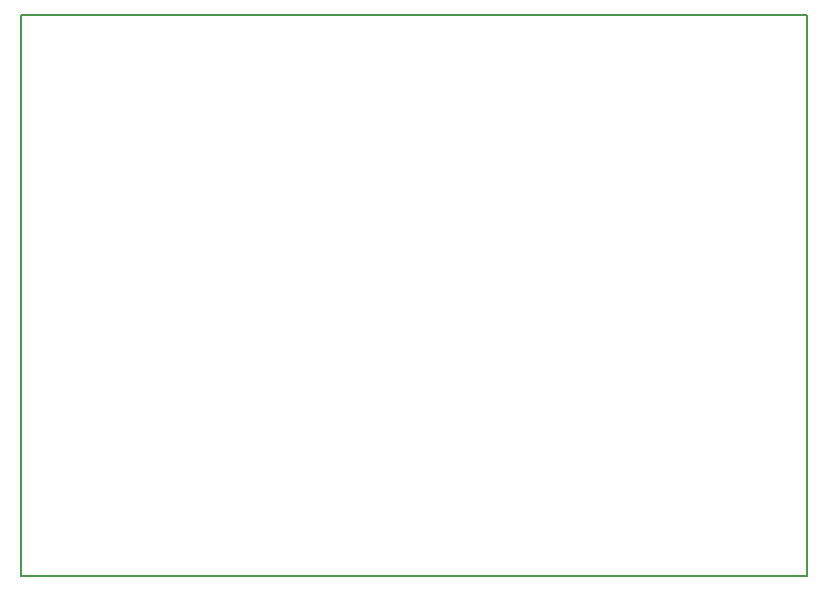
<source format=gbr>
G04 #@! TF.GenerationSoftware,KiCad,Pcbnew,(5.0.0)*
G04 #@! TF.CreationDate,2018-08-26T19:27:32+02:00*
G04 #@! TF.ProjectId,Sensor board,53656E736F7220626F6172642E6B6963,rev?*
G04 #@! TF.SameCoordinates,PX65faef0PY58e64d0*
G04 #@! TF.FileFunction,Profile,NP*
%FSLAX46Y46*%
G04 Gerber Fmt 4.6, Leading zero omitted, Abs format (unit mm)*
G04 Created by KiCad (PCBNEW (5.0.0)) date 08/26/18 19:27:32*
%MOMM*%
%LPD*%
G01*
G04 APERTURE LIST*
%ADD10C,0.150000*%
G04 APERTURE END LIST*
D10*
X66548000Y47498000D02*
X0Y47498000D01*
X66548000Y0D02*
X66548000Y47498000D01*
X0Y0D02*
X66548000Y0D01*
X0Y47498000D02*
X0Y0D01*
M02*

</source>
